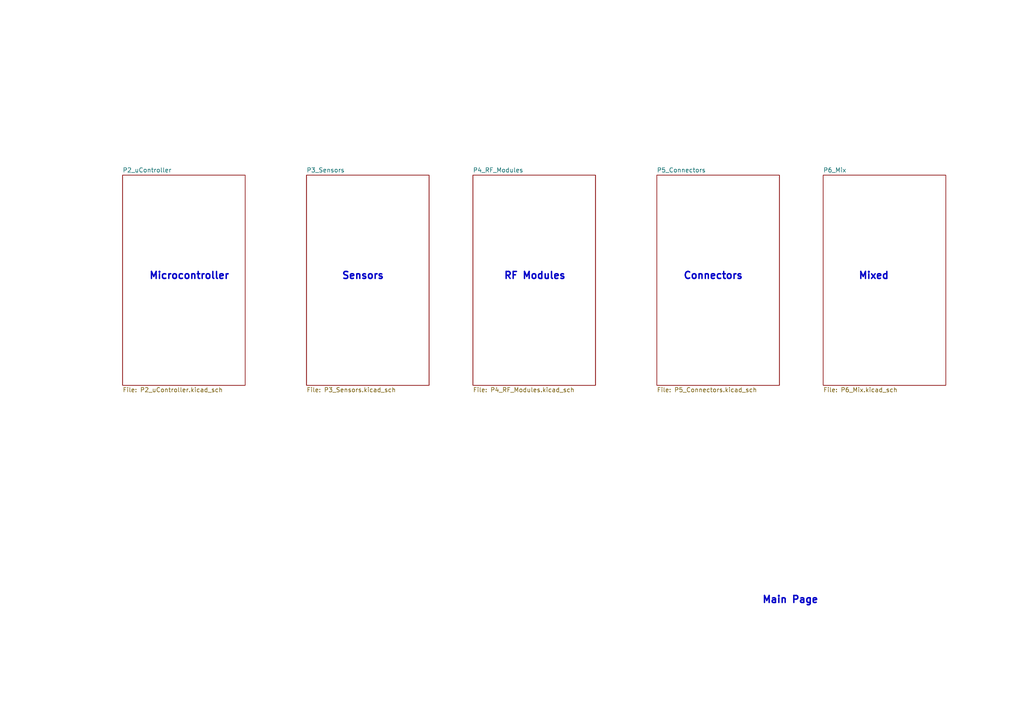
<source format=kicad_sch>
(kicad_sch (version 20211123) (generator eeschema)
  (paper "A4")
  (title_block (title "Embedded System") (date "2023-01-22"))
  (lib_symbols)
  (text "Connectors\n" (at 198.12 81.28 0) (effects (font (size 2.032 2.032) (thickness 0.4064) bold) (justify left bottom)))
  (text "Sensors\n" (at 99.06 81.28 0) (effects (font (size 2.032 2.032) (thickness 0.4064) bold) (justify left bottom)))
  (text "RF Modules\n" (at 146.05 81.28 0) (effects (font (size 2.032 2.032) (thickness 0.4064) bold) (justify left bottom)))
  (text "Main Page\n" (at 220.98 175.26 0) (effects (font (size 2.032 2.032) (thickness 0.4064) bold) (justify left bottom)))
  (text "Microcontroller" (at 43.18 81.28 0) (effects (font (size 2.032 2.032) (thickness 0.4064) bold) (justify left bottom)))
  (text "Mixed\n" (at 248.92 81.28 0) (effects (font (size 2.032 2.032) (thickness 0.4064) bold) (justify left bottom)))
  (sheet (at 88.9 50.8) (size 35.56 60.96) (stroke (width 0.1524))
    (property "Sheet name" "P3_Sensors" (at 88.9 50.0884 0) (effects (justify left bottom)))
    (property "Sheet file" "P3_Sensors.kicad_sch" (at 88.9 112.3446 0) (effects (justify left top)))
  )
  (sheet (at 190.5 50.8) (size 35.56 60.96) (stroke (width 0.1524))
    (property "Sheet name" "P5_Connectors" (at 190.5 50.0884 0) (effects (justify left bottom)))
    (property "Sheet file" "P5_Connectors.kicad_sch" (at 190.5 112.3446 0) (effects (justify left top)))
  )
  (sheet (at 137.16 50.8) (size 35.56 60.96) (stroke (width 0.1524))
    (property "Sheet name" "P4_RF_Modules" (at 137.16 50.0884 0) (effects (justify left bottom)))
    (property "Sheet file" "P4_RF_Modules.kicad_sch" (at 137.16 112.3446 0) (effects (justify left top)))
  )
  (sheet (at 35.56 50.8) (size 35.56 60.96) (stroke (width 0.1524))
    (property "Sheet name" "P2_uController" (at 35.56 50.0884 0) (effects (justify left bottom)))
    (property "Sheet file" "P2_uController.kicad_sch" (at 35.56 112.3446 0) (effects (justify left top)))
  )
  (sheet (at 238.76 50.8) (size 35.56 60.96) (stroke (width 0.1524))
    (property "Sheet name" "P6_Mix" (at 238.76 50.0884 0) (effects (justify left bottom)))
    (property "Sheet file" "P6_Mix.kicad_sch" (at 238.76 112.3446 0) (effects (justify left top)))
  )
)
</source>
